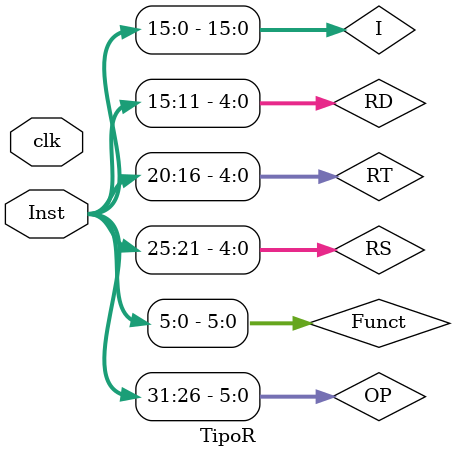
<source format=v>


module TipoR
(
	input clk,               //Señal de reloj
    input wire [31:0] Inst   //Instrucción
);

//Division de la instrucción
wire [5:0] OP, Funct;
wire [4:0] RS, RT, RD;
wire [15:0] I;

//Conexiones Unidad de Control
wire RdT, MtR, MtW, AsC, RtW;
wire [1:0] ALUOP;

//Conexiones Banco de Registros
wire [31:0] DataBR, DATAREG1, DATAREG2;

//Conexiones ALU de Control
wire [3:0] aluCtrlOP;

//Conexiones ALU
wire [31:0] b, ALUresult;

//Conexion Memoria de datos
wire [31:0] READMEM;

//Conexion Multiplexor 1
wire [4:0] dataOut;

//Conexion Multiplexor 2
wire [31:0] ex;

//Asignacion de las entradas
assign OP = Inst [31:26];
assign RS = Inst[25:21];
assign RT = Inst[20:16];
assign RD = Inst[15:11];
assign Funct = Inst[5:0];

//Para instrucción I
assign I = Inst [15:0];

//Instancia de la Unidad de Control
UniCtrl Uni1
	(
		.Op(OP), .RegDst(RdT), .MemToReg(MtR), 
		.MemToWrite(MtW), .AluOp(ALUOP), 
		.ALUSrc(AsC), .RegToWrite(RtW)
	);

//Instancia del Banco de Registros
BancoReg Banco1
	(
		.clk(clk), .Reg1(RS), .Reg2(RT), 
		.WriteAddr(dataOut), .Data(DataBR), 
		.RegEn(RtW), .DataReg1(DATAREG1), 
		.DataReg2(DATAREG2)
	);

//Instancia de la ALU de Control
ALUCtrl AluCtrl
	(
		.Op(ALUOP), .Function(Funct), 
		.OPAlu(aluCtrlOP)
	);

//Instancia de la ALU
Alu Alu1
	(
		.A(DATAREG1), .B(b), 
		.OP(aluCtrlOP), .Res(ALUresult)
	);

//Instancia de la Memoria de datos
MemDatos Mem1
	(
		.clk(clk), .Addr(ALUresult), .Data(DATAREG2), 
		.MemWrite(MtW), .MemRead(READMEM)
	);

//Instancia del Multiplexor numero 1
Mux1 Mux01
	(
		.RegDst(RdT), .rt(RT), 
		.rd(RD), .DataOut(dataOut)
	);

//Instancia del Multiplexor numero 2
Mux2 Mux02
	(
		.ALUSrc(AsC), .ReadD2(DATAREG2),
		.Exten(ex), .DataOut(b)
	);

//Instancia del Multiplexor numero 3
Mux3 Mux03
	(
		.MemToReg(MtR), .ReadMem(READMEM), 
		.Result(ALUresult), .DataOut(DataBR)
	);
	
//Instancia del Extensor de bits
Extensor Ex1
	(
		.dataIN(I), .dataOUT(ex)
	);

endmodule

</source>
